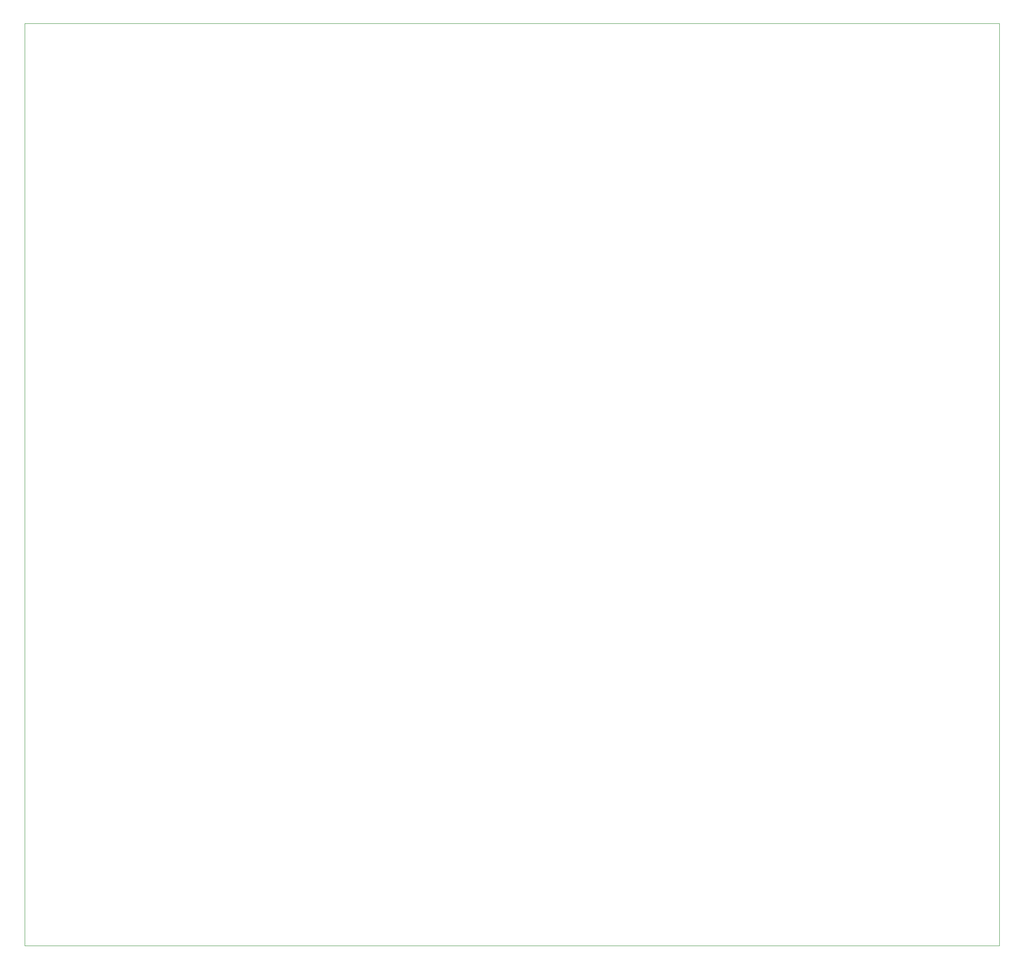
<source format=gbr>
%TF.GenerationSoftware,KiCad,Pcbnew,7.0.7-7.0.7~ubuntu20.04.1*%
%TF.CreationDate,2023-12-04T12:54:59-03:00*%
%TF.ProjectId,EA075,45413037-352e-46b6-9963-61645f706362,rev?*%
%TF.SameCoordinates,Original*%
%TF.FileFunction,Profile,NP*%
%FSLAX46Y46*%
G04 Gerber Fmt 4.6, Leading zero omitted, Abs format (unit mm)*
G04 Created by KiCad (PCBNEW 7.0.7-7.0.7~ubuntu20.04.1) date 2023-12-04 12:54:59*
%MOMM*%
%LPD*%
G01*
G04 APERTURE LIST*
%TA.AperFunction,Profile*%
%ADD10C,0.100000*%
%TD*%
G04 APERTURE END LIST*
D10*
X51930000Y-15240000D02*
X242430000Y-15240000D01*
X242430000Y-195580000D01*
X51930000Y-195580000D01*
X51930000Y-15240000D01*
M02*

</source>
